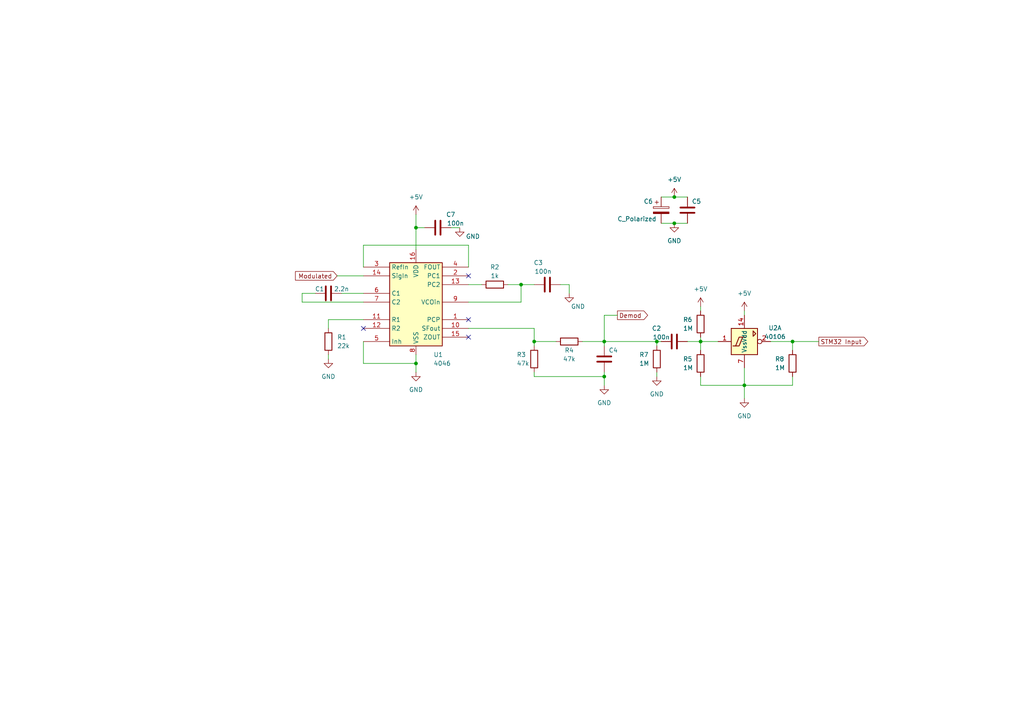
<source format=kicad_sch>
(kicad_sch (version 20230121) (generator eeschema)
  (paper "A4")
  (lib_symbols
    (symbol "4xxx_IEEE:40106"
      (property "Reference" "U" (at 5.08 5.08 0))
      (property "Value" "40106" (at 1.27 -5.08 0))
      (symbol "40106_0_0"
        (rectangle (start -3.81 3.81) (end 3.81 -3.81) (stroke (width 0.254)) (fill (type background)))
        (polyline (pts (xy -0.508 1.27) (xy -1.524 -1.27) (xy -2.54 -1.27) (xy -2.54 -1.27)) (stroke (width 0.254)) (fill (type background)))
        (polyline (pts (xy 0.254 1.27) (xy -1.524 1.27) (xy -2.54 -1.27) (xy -3.302 -1.27) (xy -3.302 -1.27)) (stroke (width 0.254)) (fill (type background)))
        (polyline (pts (xy 2.54 3.048) (xy 2.54 1.524) (xy 3.302 2.286) (xy 2.54 3.048) (xy 2.54 3.048)) (stroke (width 0.254)) (fill (type background)))
      )
      (symbol "40106_0_1"
        (pin power_in line (at 0 7.62 270) (length 3.81) (name "Vdd") (number "14"))
        (pin power_in line (at 0 -7.62 90) (length 3.81) (name "Vss") (number "7"))
      )
      (symbol "40106_1_1"
        (pin input line (at -7.62 0 0) (length 3.81) (name "~") (number "1"))
        (pin output inverted (at 7.62 0 180) (length 3.81) (name "~") (number "2"))
      )
      (symbol "40106_2_1"
        (pin input line (at -7.62 0 0) (length 3.81) (name "~") (number "3"))
        (pin output inverted (at 7.62 0 180) (length 3.81) (name "~") (number "4"))
      )
      (symbol "40106_3_1"
        (pin input line (at -7.62 0 0) (length 3.81) (name "~") (number "5"))
        (pin output inverted (at 7.62 0 180) (length 3.81) (name "~") (number "6"))
      )
      (symbol "40106_4_1"
        (pin output inverted (at 7.62 0 180) (length 3.81) (name "~") (number "8"))
        (pin input line (at -7.62 0 0) (length 3.81) (name "~") (number "9"))
      )
      (symbol "40106_5_1"
        (pin output inverted (at 7.62 0 180) (length 3.81) (name "~") (number "10"))
        (pin input line (at -7.62 0 0) (length 3.81) (name "~") (number "11"))
      )
      (symbol "40106_6_1"
        (pin output inverted (at 7.62 0 180) (length 3.81) (name "~") (number "12"))
        (pin input line (at -7.62 0 0) (length 3.81) (name "~") (number "13"))
      )
    )
    (symbol "4xxx_IEEE:4046"
      (property "Reference" "U" (at 8.89 12.7 0))
      (property "Value" "4046" (at 8.89 -15.24 0))
      (symbol "4046_0_1"
        (rectangle (start -7.62 11.43) (end 7.62 -12.7) (stroke (width 0.254)) (fill (type background)))
        (pin power_in line (at 0 15.24 270) (length 3.81) (name "VDD") (number "16"))
        (pin power_in line (at 0 -15.24 90) (length 2.54) (name "VSS") (number "8"))
      )
      (symbol "4046_1_1"
        (pin output line (at 15.24 -5.08 180) (length 7.62) (name "PCP") (number "1"))
        (pin output line (at 15.24 -7.62 180) (length 7.62) (name "SFout") (number "10"))
        (pin input line (at -15.24 -5.08 0) (length 7.62) (name "R1") (number "11"))
        (pin input line (at -15.24 -7.62 0) (length 7.62) (name "R2") (number "12"))
        (pin tri_state line (at 15.24 5.08 180) (length 7.62) (name "PC2") (number "13"))
        (pin input line (at -15.24 7.62 0) (length 7.62) (name "SigIn") (number "14"))
        (pin output line (at 15.24 -10.16 180) (length 7.62) (name "ZOUT") (number "15"))
        (pin output line (at 15.24 7.62 180) (length 7.62) (name "PC1") (number "2"))
        (pin input line (at -15.24 10.16 0) (length 7.62) (name "RefIn") (number "3"))
        (pin input line (at 15.24 10.16 180) (length 7.62) (name "FOUT") (number "4"))
        (pin input line (at -15.24 -11.43 0) (length 7.62) (name "Inh") (number "5"))
        (pin input line (at -15.24 2.54 0) (length 7.62) (name "C1") (number "6"))
        (pin input line (at -15.24 0 0) (length 7.62) (name "C2") (number "7"))
        (pin input line (at 15.24 0 180) (length 7.62) (name "VCOin") (number "9"))
      )
    )
    (symbol "Device:C" (pin_numbers hide) (pin_names (offset 0.254))
      (property "Reference" "C" (at 0.635 2.54 0))
      (property "Value" "C" (at 0.635 -2.54 0))
      (symbol "C_0_1"
        (polyline (pts (xy -2.032 -0.762) (xy 2.032 -0.762)) (stroke (width 0.508)))
        (polyline (pts (xy -2.032 0.762) (xy 2.032 0.762)) (stroke (width 0.508)))
      )
      (symbol "C_1_1"
        (pin passive line (at 0 3.81 270) (length 2.794) (name "~") (number "1"))
        (pin passive line (at 0 -3.81 90) (length 2.794) (name "~") (number "2"))
      )
    )
    (symbol "Device:C_Polarized" (pin_numbers hide) (pin_names (offset 0.254))
      (property "Reference" "C" (at 0.635 2.54 0))
      (property "Value" "C_Polarized" (at 0.635 -2.54 0))
      (symbol "C_Polarized_0_1"
        (rectangle (start -2.286 0.508) (end 2.286 1.016))
        (polyline (pts (xy -1.778 2.286) (xy -0.762 2.286)))
        (polyline (pts (xy -1.27 2.794) (xy -1.27 1.778)))
        (rectangle (start 2.286 -0.508) (end -2.286 -1.016) (fill (type outline)))
      )
      (symbol "C_Polarized_1_1"
        (pin passive line (at 0 3.81 270) (length 2.794) (name "~") (number "1"))
        (pin passive line (at 0 -3.81 90) (length 2.794) (name "~") (number "2"))
      )
    )
    (symbol "Device:R" (pin_numbers hide) (pin_names (offset 0))
      (property "Reference" "R" (at 2.032 0 90))
      (property "Value" "R" (at 0 0 90))
      (symbol "R_0_1"
        (rectangle (start -1.016 -2.54) (end 1.016 2.54) (stroke (width 0.254)))
      )
      (symbol "R_1_1"
        (pin passive line (at 0 3.81 270) (length 1.27) (name "~") (number "1"))
        (pin passive line (at 0 -3.81 90) (length 1.27) (name "~") (number "2"))
      )
    )
    (symbol "power:+5V" (power) (pin_names (offset 0))
      (property "Value" "+5V" (at 0 3.556 0))
      (symbol "+5V_0_1"
        (polyline (pts (xy -0.762 1.27) (xy 0 2.54)))
        (polyline (pts (xy 0 0) (xy 0 2.54)))
        (polyline (pts (xy 0 2.54) (xy 0.762 1.27)))
      )
      (symbol "+5V_1_1"
        (pin power_in line (at 0 0 90) (length 0) hide (name "+5V") (number "1"))
      )
    )
    (symbol "power:GND" (power) (pin_names (offset 0))
      (property "Value" "GND" (at 0 -3.81 0))
      (symbol "GND_0_1"
        (polyline (pts (xy 0 0) (xy 0 -1.27) (xy 1.27 -1.27) (xy 0 -2.54) (xy -1.27 -1.27) (xy 0 -1.27)))
      )
      (symbol "GND_1_1"
        (pin power_in line (at 0 0 270) (length 0) hide (name "GND") (number "1"))
      )
    )
  )
  (junction (at 195.58 57.15))
  (junction (at 154.94 99.06))
  (junction (at 175.26 99.06))
  (junction (at 190.5 99.06))
  (junction (at 229.87 99.06))
  (junction (at 203.2 99.06))
  (junction (at 215.9 111.76))
  (junction (at 151.13 82.55))
  (junction (at 120.65 66.04))
  (junction (at 120.65 105.41))
  (junction (at 175.26 109.22))
  (junction (at 195.58 64.77))
  (no_connect (at 135.89 80.01))
  (no_connect (at 135.89 92.71))
  (no_connect (at 135.89 97.79))
  (no_connect (at 105.41 95.25))
  (wire (pts (xy 203.2 109.22) (xy 203.2 111.76)))
  (wire (pts (xy 203.2 88.9) (xy 203.2 90.17)))
  (wire (pts (xy 120.65 66.04) (xy 123.19 66.04)))
  (wire (pts (xy 154.94 109.22) (xy 154.94 107.95)))
  (wire (pts (xy 105.41 92.71) (xy 95.25 92.71)))
  (wire (pts (xy 135.89 87.63) (xy 151.13 87.63)))
  (wire (pts (xy 154.94 99.06) (xy 154.94 100.33)))
  (wire (pts (xy 120.65 102.87) (xy 120.65 105.41)))
  (wire (pts (xy 191.77 57.15) (xy 195.58 57.15)))
  (wire (pts (xy 135.89 95.25) (xy 154.94 95.25)))
  (wire (pts (xy 229.87 101.6) (xy 229.87 99.06)))
  (wire (pts (xy 215.9 111.76) (xy 215.9 115.57)))
  (wire (pts (xy 175.26 107.95) (xy 175.26 109.22)))
  (wire (pts (xy 87.63 85.09) (xy 87.63 87.63)))
  (wire (pts (xy 162.56 82.55) (xy 165.1 82.55)))
  (wire (pts (xy 215.9 90.17) (xy 215.9 91.44)))
  (wire (pts (xy 120.65 105.41) (xy 120.65 107.95)))
  (wire (pts (xy 120.65 66.04) (xy 120.65 72.39)))
  (wire (pts (xy 195.58 64.77) (xy 199.39 64.77)))
  (wire (pts (xy 151.13 87.63) (xy 151.13 82.55)))
  (wire (pts (xy 175.26 99.06) (xy 175.26 100.33)))
  (wire (pts (xy 229.87 111.76) (xy 215.9 111.76)))
  (wire (pts (xy 99.06 85.09) (xy 105.41 85.09)))
  (wire (pts (xy 135.89 82.55) (xy 139.7 82.55)))
  (wire (pts (xy 175.26 99.06) (xy 190.5 99.06)))
  (wire (pts (xy 215.9 106.68) (xy 215.9 111.76)))
  (wire (pts (xy 203.2 97.79) (xy 203.2 99.06)))
  (wire (pts (xy 95.25 102.87) (xy 95.25 104.14)))
  (wire (pts (xy 195.58 57.15) (xy 199.39 57.15)))
  (wire (pts (xy 130.81 66.04) (xy 133.35 66.04)))
  (wire (pts (xy 203.2 99.06) (xy 208.28 99.06)))
  (wire (pts (xy 223.52 99.06) (xy 229.87 99.06)))
  (wire (pts (xy 199.39 99.06) (xy 203.2 99.06)))
  (wire (pts (xy 203.2 99.06) (xy 203.2 101.6)))
  (wire (pts (xy 203.2 111.76) (xy 215.9 111.76)))
  (wire (pts (xy 105.41 71.12) (xy 135.89 71.12)))
  (wire (pts (xy 105.41 105.41) (xy 120.65 105.41)))
  (wire (pts (xy 135.89 71.12) (xy 135.89 77.47)))
  (wire (pts (xy 154.94 99.06) (xy 161.29 99.06)))
  (wire (pts (xy 229.87 99.06) (xy 237.49 99.06)))
  (wire (pts (xy 154.94 95.25) (xy 154.94 99.06)))
  (wire (pts (xy 97.79 80.01) (xy 105.41 80.01)))
  (wire (pts (xy 105.41 77.47) (xy 105.41 71.12)))
  (wire (pts (xy 175.26 109.22) (xy 175.26 111.76)))
  (wire (pts (xy 175.26 91.44) (xy 175.26 99.06)))
  (wire (pts (xy 87.63 87.63) (xy 105.41 87.63)))
  (wire (pts (xy 120.65 62.23) (xy 120.65 66.04)))
  (wire (pts (xy 191.77 64.77) (xy 195.58 64.77)))
  (wire (pts (xy 190.5 99.06) (xy 191.77 99.06)))
  (wire (pts (xy 190.5 99.06) (xy 190.5 100.33)))
  (wire (pts (xy 95.25 92.71) (xy 95.25 95.25)))
  (wire (pts (xy 151.13 82.55) (xy 154.94 82.55)))
  (wire (pts (xy 165.1 82.55) (xy 165.1 85.09)))
  (wire (pts (xy 91.44 85.09) (xy 87.63 85.09)))
  (wire (pts (xy 147.32 82.55) (xy 151.13 82.55)))
  (wire (pts (xy 229.87 109.22) (xy 229.87 111.76)))
  (wire (pts (xy 168.91 99.06) (xy 175.26 99.06)))
  (wire (pts (xy 154.94 109.22) (xy 175.26 109.22)))
  (wire (pts (xy 190.5 107.95) (xy 190.5 109.22)))
  (wire (pts (xy 175.26 91.44) (xy 179.07 91.44)))
  (wire (pts (xy 105.41 99.06) (xy 105.41 105.41)))
  (global_label "STM32 Input" (shape output) (at 237.49 99.06 0) (property "Intersheetrefs" "${INTERSHEET_REFS}" (effects hide)))
  (global_label "Demod" (shape output) (at 179.07 91.44 0) (property "Intersheetrefs" "${INTERSHEET_REFS}" (effects hide)))
  (global_label "Modulated" (shape input) (at 97.79 80.01 180) (property "Intersheetrefs" "${INTERSHEET_REFS}" (effects hide)))
  (symbol (lib_id "4xxx_IEEE:4046") (at 120.65 87.63 0) (unit 1)
    (property "Reference" "U1" (at 125.73 102.87 0) (effects (justify left)))
    (property "Value" "4046" (at 125.73 105.41 0) (effects (justify left)))
  )
  (symbol (lib_id "Device:R") (at 190.5 104.14 0) (unit 1)
    (property "Reference" "R7" (at 185.42 102.87 0) (effects (justify left)))
    (property "Value" "1M" (at 185.42 105.41 0) (effects (justify left)))
  )
  (symbol (lib_id "power:GND") (at 120.65 107.95 0) (unit 1)
    (property "Reference" "#PWR04" (effects hide))
    (property "Value" "GND" (at 120.65 113.03 0))
  )
  (symbol (lib_id "Device:R") (at 165.1 99.06 90) (unit 1)
    (property "Reference" "R4" (at 165.1 101.6 90))
    (property "Value" "47k" (at 165.1 104.14 90))
  )
  (symbol (lib_id "power:GND") (at 175.26 111.76 0) (unit 1)
    (property "Reference" "#PWR06" (effects hide))
    (property "Value" "GND" (at 175.26 116.84 0))
  )
  (symbol (lib_id "Device:C") (at 158.75 82.55 90) (unit 1)
    (property "Reference" "C3" (at 157.48 76.2 90) (effects (justify left)))
    (property "Value" "100n" (at 160.02 78.74 90) (effects (justify left)))
  )
  (symbol (lib_id "Device:R") (at 203.2 93.98 0) (unit 1)
    (property "Reference" "R6" (at 198.12 92.71 0) (effects (justify left)))
    (property "Value" "1M" (at 198.12 95.25 0) (effects (justify left)))
  )
  (symbol (lib_id "Device:C") (at 127 66.04 90) (unit 1)
    (property "Reference" "C7" (at 132.08 62.23 90) (effects (justify left)))
    (property "Value" "100n" (at 134.62 64.77 90) (effects (justify left)))
  )
  (symbol (lib_id "Device:C") (at 175.26 104.14 0) (unit 1)
    (property "Reference" "C4" (at 176.53 101.6 0) (effects (justify left)))
    (property "Value" "2.2n" (effects hide))
  )
  (symbol (lib_id "Device:R") (at 95.25 99.06 0) (unit 1)
    (property "Reference" "R1" (at 97.79 97.79 0) (effects (justify left)))
    (property "Value" "22k" (at 97.79 100.33 0) (effects (justify left)))
  )
  (symbol (lib_id "power:GND") (at 195.58 64.77 0) (unit 1)
    (property "Reference" "#PWR08" (effects hide))
    (property "Value" "GND" (at 195.58 69.85 0))
  )
  (symbol (lib_id "power:GND") (at 190.5 109.22 0) (unit 1)
    (property "Reference" "#PWR07" (effects hide))
    (property "Value" "GND" (at 190.5 114.3 0))
  )
  (symbol (lib_id "power:+5V") (at 195.58 57.15 0) (unit 1)
    (property "Reference" "#PWR02" (effects hide))
    (property "Value" "+5V" (at 195.58 52.07 0))
  )
  (symbol (lib_id "Device:C") (at 199.39 60.96 0) (unit 1)
    (property "Reference" "C5" (at 200.66 58.42 0) (effects (justify left)))
    (property "Value" "2.2n" (effects hide))
  )
  (symbol (lib_id "power:+5V") (at 215.9 90.17 0) (unit 1)
    (property "Reference" "#PWR011" (effects hide))
    (property "Value" "+5V" (at 215.9 85.09 0))
  )
  (symbol (lib_id "power:GND") (at 215.9 115.57 0) (unit 1)
    (property "Reference" "#PWR09" (effects hide))
    (property "Value" "GND" (at 215.9 120.65 0))
  )
  (symbol (lib_id "Device:C") (at 95.25 85.09 90) (unit 1)
    (property "Reference" "C1" (at 92.71 83.82 90))
    (property "Value" "2.2n" (at 99.06 83.82 90))
  )
  (symbol (lib_id "Device:C_Polarized") (at 191.77 60.96 0) (unit 1)
    (property "Reference" "C6" (at 186.69 58.42 0) (effects (justify left)))
    (property "Value" "C_Polarized" (at 179.07 63.5 0) (effects (justify left)))
  )
  (symbol (lib_id "power:GND") (at 133.35 66.04 0) (unit 1)
    (property "Reference" "#PWR012" (effects hide))
    (property "Value" "GND" (at 137.16 68.58 0))
  )
  (symbol (lib_id "power:+5V") (at 120.65 62.23 0) (unit 1)
    (property "Reference" "#PWR03" (effects hide))
    (property "Value" "+5V" (at 120.65 57.15 0))
  )
  (symbol (lib_id "power:+5V") (at 203.2 88.9 0) (unit 1)
    (property "Reference" "#PWR010" (effects hide))
    (property "Value" "+5V" (at 203.2 83.82 0))
  )
  (symbol (lib_id "4xxx_IEEE:40106") (at 215.9 99.06 0) (unit 1)
    (property "Reference" "U2" (at 224.79 95.1231 0))
    (property "Value" "40106" (at 224.79 97.6631 0))
  )
  (symbol (lib_id "Device:R") (at 203.2 105.41 0) (unit 1)
    (property "Reference" "R5" (at 198.12 104.14 0) (effects (justify left)))
    (property "Value" "1M" (at 198.12 106.68 0) (effects (justify left)))
  )
  (symbol (lib_id "Device:R") (at 154.94 104.14 0) (unit 1)
    (property "Reference" "R3" (at 149.86 102.87 0) (effects (justify left)))
    (property "Value" "47k" (at 149.86 105.41 0) (effects (justify left)))
  )
  (symbol (lib_id "Device:R") (at 143.51 82.55 90) (unit 1)
    (property "Reference" "R2" (at 143.51 77.47 90))
    (property "Value" "1k" (at 143.51 80.01 90))
  )
  (symbol (lib_id "Device:C") (at 195.58 99.06 90) (unit 1)
    (property "Reference" "C2" (at 191.77 95.25 90) (effects (justify left)))
    (property "Value" "100n" (at 194.31 97.79 90) (effects (justify left)))
  )
  (symbol (lib_id "power:GND") (at 95.25 104.14 0) (unit 1)
    (property "Reference" "#PWR01" (effects hide))
    (property "Value" "GND" (at 95.25 109.22 0))
  )
  (symbol (lib_id "power:GND") (at 165.1 85.09 0) (unit 1)
    (property "Reference" "#PWR05" (effects hide))
    (property "Value" "GND" (at 167.64 88.9 0))
  )
  (symbol (lib_id "Device:R") (at 229.87 105.41 0) (unit 1)
    (property "Reference" "R8" (at 224.79 104.14 0) (effects (justify left)))
    (property "Value" "1M" (at 224.79 106.68 0) (effects (justify left)))
  )
)
</source>
